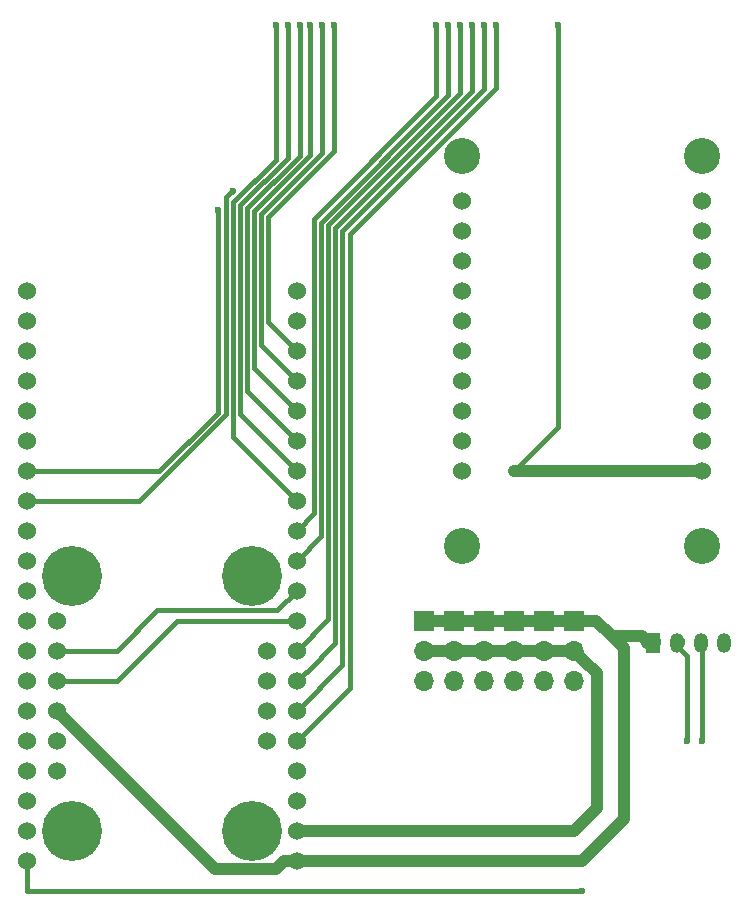
<source format=gtl>
G04 #@! TF.FileFunction,Copper,L1,Top,Signal*
%FSLAX46Y46*%
G04 Gerber Fmt 4.6, Leading zero omitted, Abs format (unit mm)*
G04 Created by KiCad (PCBNEW 4.0.7-e2-6376~58~ubuntu16.04.1) date Fri Jan 19 19:52:53 2018*
%MOMM*%
%LPD*%
G01*
G04 APERTURE LIST*
%ADD10C,0.100000*%
%ADD11C,1.524000*%
%ADD12C,5.080000*%
%ADD13O,1.700000X1.700000*%
%ADD14R,1.700000X1.700000*%
%ADD15R,1.200000X1.700000*%
%ADD16O,1.200000X1.700000*%
%ADD17C,3.048000*%
%ADD18C,0.600000*%
%ADD19C,1.000000*%
%ADD20C,0.400000*%
G04 APERTURE END LIST*
D10*
D11*
X142861000Y-134841000D03*
X142861000Y-132301000D03*
X142861000Y-129761000D03*
X142861000Y-127221000D03*
X142861000Y-124681000D03*
X142861000Y-122141000D03*
X142861000Y-119601000D03*
X142861000Y-117061000D03*
X142861000Y-114521000D03*
X142861000Y-111981000D03*
X142861000Y-109441000D03*
X142861000Y-106901000D03*
X142861000Y-104361000D03*
X142861000Y-101821000D03*
X142861000Y-99281000D03*
X142861000Y-96741000D03*
X142861000Y-94201000D03*
X142861000Y-91661000D03*
X142861000Y-89121000D03*
X142861000Y-86581000D03*
X120001000Y-86581000D03*
X120001000Y-89121000D03*
X120001000Y-91661000D03*
X120001000Y-94201000D03*
X120001000Y-96741000D03*
X120001000Y-99281000D03*
X120001000Y-101821000D03*
X120001000Y-104361000D03*
X120001000Y-109441000D03*
X120001000Y-111981000D03*
X120001000Y-114521000D03*
X120001000Y-117061000D03*
X120001000Y-119601000D03*
X120001000Y-122141000D03*
X120001000Y-124681000D03*
X120001000Y-127221000D03*
X120001000Y-129761000D03*
X120001000Y-132301000D03*
X120001000Y-106901000D03*
X120001000Y-134841000D03*
X142861000Y-134841000D03*
X142861000Y-132301000D03*
X142861000Y-129761000D03*
X142861000Y-127221000D03*
X142861000Y-124681000D03*
X142861000Y-122141000D03*
X142861000Y-119601000D03*
X142861000Y-117061000D03*
X142861000Y-114521000D03*
X142861000Y-111981000D03*
X142861000Y-109441000D03*
X142861000Y-106901000D03*
X142861000Y-104361000D03*
X142861000Y-101821000D03*
X142861000Y-99281000D03*
X142861000Y-96741000D03*
X142861000Y-94201000D03*
X142861000Y-91661000D03*
X142861000Y-89121000D03*
X142861000Y-86581000D03*
X120001000Y-86581000D03*
X120001000Y-89121000D03*
X120001000Y-91661000D03*
X120001000Y-94201000D03*
X120001000Y-96741000D03*
X120001000Y-99281000D03*
X120001000Y-101821000D03*
X120001000Y-104361000D03*
X120001000Y-109441000D03*
X120001000Y-111981000D03*
X120001000Y-114521000D03*
X120001000Y-117061000D03*
X120001000Y-119601000D03*
X120001000Y-122141000D03*
X120001000Y-124681000D03*
X120001000Y-127221000D03*
X120001000Y-129761000D03*
X120001000Y-132301000D03*
X120001000Y-106901000D03*
X120001000Y-134841000D03*
D12*
X123811000Y-132301000D03*
X139051000Y-132301000D03*
X123811000Y-110711000D03*
X139051000Y-110711000D03*
D11*
X122541000Y-127221000D03*
X122541000Y-124681000D03*
X122541000Y-122141000D03*
X122541000Y-119601000D03*
X122541000Y-117061000D03*
X122541000Y-114521000D03*
X140321000Y-124681000D03*
X140321000Y-122141000D03*
X140321000Y-119601000D03*
X140321000Y-117061000D03*
D13*
X156196000Y-119601000D03*
D14*
X156196000Y-114521000D03*
D13*
X156196000Y-117061000D03*
X163816000Y-119601000D03*
D14*
X163816000Y-114521000D03*
D13*
X163816000Y-117061000D03*
D15*
X173056000Y-116426000D03*
D16*
X175056000Y-116426000D03*
X177056000Y-116426000D03*
X179056000Y-116426000D03*
D13*
X166356000Y-119601000D03*
D14*
X166356000Y-114521000D03*
D13*
X166356000Y-117061000D03*
X153656000Y-119601000D03*
D14*
X153656000Y-114521000D03*
D13*
X153656000Y-117061000D03*
X161276000Y-119601000D03*
D14*
X161276000Y-114521000D03*
D13*
X161276000Y-117061000D03*
X158736000Y-119601000D03*
D14*
X158736000Y-114521000D03*
D13*
X158736000Y-117061000D03*
D17*
X156831000Y-75151000D03*
X156831000Y-108171000D03*
X177151000Y-108171000D03*
D11*
X156831000Y-78961000D03*
X156831000Y-81501000D03*
X156831000Y-84041000D03*
X156831000Y-86581000D03*
X156831000Y-89121000D03*
X156831000Y-91661000D03*
X156831000Y-94201000D03*
X156831000Y-96741000D03*
X156831000Y-99281000D03*
X156831000Y-101821000D03*
X177151000Y-101821000D03*
X177151000Y-99281000D03*
X177151000Y-96741000D03*
X177151000Y-94201000D03*
X177151000Y-91661000D03*
X177151000Y-89121000D03*
X177151000Y-86581000D03*
X177151000Y-84041000D03*
X177151000Y-81501000D03*
X177151000Y-78961000D03*
D17*
X177151000Y-75151000D03*
D18*
X164959000Y-64102000D03*
X169531000Y-132301000D03*
X161276000Y-101821000D03*
X136144000Y-79756000D03*
X137414000Y-78105000D03*
X154672000Y-64102000D03*
X155688000Y-64102000D03*
X156704000Y-64102000D03*
X157720000Y-64102000D03*
X158736000Y-64102000D03*
X159752000Y-64102000D03*
X141083000Y-64102000D03*
X142099000Y-64102000D03*
X143115000Y-64102000D03*
X144004000Y-64102000D03*
X145020000Y-64102000D03*
X146036000Y-64102000D03*
X166991000Y-137381000D03*
X175881000Y-124681000D03*
X177151000Y-124681000D03*
D19*
X177151000Y-101821000D02*
X161276000Y-101821000D01*
D20*
X164959000Y-64102000D02*
X164959000Y-94959000D01*
X164959000Y-94959000D02*
X165000000Y-95000000D01*
X165000000Y-95000000D02*
X165000000Y-98097000D01*
X165000000Y-98097000D02*
X161276000Y-101821000D01*
D19*
X169531000Y-132301000D02*
X170547000Y-131285000D01*
X170547000Y-131285000D02*
X170547000Y-116862000D01*
X170547000Y-116862000D02*
X169531000Y-115846000D01*
X142861000Y-134841000D02*
X141783370Y-134841000D01*
X141783370Y-134841000D02*
X141083369Y-135541001D01*
X141083369Y-135541001D02*
X135941001Y-135541001D01*
X135941001Y-135541001D02*
X123302999Y-122902999D01*
X123302999Y-122902999D02*
X122541000Y-122141000D01*
X169531000Y-115846000D02*
X172126000Y-115846000D01*
X172126000Y-115846000D02*
X172535990Y-116255990D01*
X172535990Y-116255990D02*
X172535990Y-116426000D01*
X142861000Y-134841000D02*
X166991000Y-134841000D01*
X166991000Y-134841000D02*
X169531000Y-132301000D01*
X169531000Y-115846000D02*
X168206000Y-114521000D01*
X168206000Y-114521000D02*
X166356000Y-114521000D01*
X163816000Y-114521000D02*
X166356000Y-114521000D01*
X161276000Y-114521000D02*
X163816000Y-114521000D01*
X158736000Y-114521000D02*
X161276000Y-114521000D01*
X156196000Y-114521000D02*
X158736000Y-114521000D01*
X153656000Y-114521000D02*
X156196000Y-114521000D01*
D20*
X173436000Y-116176000D02*
X173436000Y-116426000D01*
D19*
X142861000Y-132301000D02*
X166356000Y-132301000D01*
X168261000Y-130396000D02*
X168261000Y-118966000D01*
X166356000Y-132301000D02*
X168261000Y-130396000D01*
X168261000Y-118966000D02*
X167205999Y-117910999D01*
X167205999Y-117910999D02*
X166356000Y-117061000D01*
X153656000Y-117061000D02*
X156196000Y-117061000D01*
X158736000Y-117061000D02*
X156196000Y-117061000D01*
X161276000Y-117061000D02*
X158736000Y-117061000D01*
X163816000Y-117061000D02*
X161276000Y-117061000D01*
X166356000Y-117061000D02*
X163816000Y-117061000D01*
D20*
X127621000Y-119601000D02*
X132701000Y-114521000D01*
X132701000Y-114521000D02*
X142861000Y-114521000D01*
X122541000Y-119601000D02*
X127621000Y-119601000D01*
X131030999Y-113651001D02*
X127621000Y-117061000D01*
X127621000Y-117061000D02*
X122541000Y-117061000D01*
X142861000Y-111981000D02*
X141190999Y-113651001D01*
X141190999Y-113651001D02*
X131030999Y-113651001D01*
X136144000Y-80180264D02*
X136144000Y-79756000D01*
X120001000Y-101821000D02*
X131224000Y-101821000D01*
X131224000Y-101821000D02*
X136144000Y-96901000D01*
X136144000Y-96901000D02*
X136144000Y-80180264D01*
X137114001Y-78404999D02*
X137414000Y-78105000D01*
X136844001Y-78674999D02*
X137114001Y-78404999D01*
X136844001Y-97049542D02*
X136844001Y-78674999D01*
X129532543Y-104361000D02*
X136844001Y-97049542D01*
X120001000Y-104361000D02*
X129532543Y-104361000D01*
X154672000Y-64102000D02*
X154672000Y-70078360D01*
X154672000Y-70078360D02*
X154612180Y-70138180D01*
X154612180Y-70138180D02*
X144325954Y-80544046D01*
X144325954Y-80544046D02*
X144325953Y-105436047D01*
X144325953Y-105436047D02*
X142861000Y-106901000D01*
X155688000Y-64102000D02*
X155688000Y-70052310D01*
X144925963Y-80814347D02*
X155688000Y-70052310D01*
X142861000Y-109441000D02*
X144925962Y-107376038D01*
X144925962Y-107376038D02*
X144925963Y-80814347D01*
X156704000Y-64102000D02*
X156704000Y-69884852D01*
X156704000Y-69884852D02*
X145525972Y-81062880D01*
X145525972Y-81062880D02*
X145525971Y-114396029D01*
X145525971Y-114396029D02*
X142861000Y-117061000D01*
X142861000Y-119601000D02*
X143622999Y-118839001D01*
X143622999Y-118839001D02*
X143712980Y-118839001D01*
X143712980Y-118839001D02*
X146125981Y-116426000D01*
X146125981Y-81311413D02*
X157720000Y-69717394D01*
X146125981Y-116426000D02*
X146125981Y-81311413D01*
X157720000Y-69717394D02*
X157720000Y-69642000D01*
X157720000Y-69642000D02*
X157720000Y-64102000D01*
X142861000Y-122141000D02*
X146725989Y-118276011D01*
X146725989Y-118276011D02*
X146725990Y-81559946D01*
X146725990Y-81559946D02*
X158736000Y-69549936D01*
X158736000Y-69549936D02*
X158736000Y-69474542D01*
X158736000Y-69474542D02*
X158736000Y-64102000D01*
X147325999Y-81808479D02*
X159752000Y-69382478D01*
X159752000Y-64102000D02*
X159752000Y-69382478D01*
X159752000Y-69382478D02*
X159696000Y-69438478D01*
X142861000Y-124681000D02*
X147325999Y-120216001D01*
X147325999Y-120216001D02*
X147325999Y-81808479D01*
X137447950Y-79115340D02*
X137447950Y-98947950D01*
X141083000Y-75480290D02*
X137447950Y-79115340D01*
X142099001Y-103599001D02*
X142861000Y-104361000D01*
X141083000Y-64102000D02*
X141083000Y-75480290D01*
X137447950Y-98947950D02*
X142099001Y-103599001D01*
X142099001Y-101059001D02*
X142861000Y-101821000D01*
X142099000Y-75312832D02*
X138047960Y-79363872D01*
X138047960Y-79363872D02*
X138047960Y-97007960D01*
X142099000Y-64102000D02*
X142099000Y-75312832D01*
X138047960Y-97007960D02*
X142099001Y-101059001D01*
X142099001Y-98519001D02*
X142861000Y-99281000D01*
X138647970Y-95067970D02*
X142099001Y-98519001D01*
X138647970Y-79612404D02*
X138647970Y-95067970D01*
X143115000Y-64102000D02*
X143115000Y-75145374D01*
X143115000Y-75145374D02*
X138647970Y-79612404D01*
X139247980Y-79860936D02*
X139247980Y-93127980D01*
X139247980Y-93127980D02*
X142099001Y-95979001D01*
X144004000Y-64102000D02*
X144004000Y-75104916D01*
X144004000Y-75104916D02*
X139247980Y-79860936D01*
X142099001Y-95979001D02*
X142861000Y-96741000D01*
X139847990Y-91187990D02*
X142099001Y-93439001D01*
X139847990Y-80109468D02*
X139847990Y-91187990D01*
X145020000Y-74937458D02*
X139847990Y-80109468D01*
X145020000Y-64102000D02*
X145020000Y-74937458D01*
X142099001Y-93439001D02*
X142861000Y-94201000D01*
X140448000Y-89248000D02*
X142861000Y-91661000D01*
X146036000Y-74770000D02*
X140448000Y-80358000D01*
X146036000Y-64102000D02*
X146036000Y-74770000D01*
X140448000Y-80358000D02*
X140448000Y-89248000D01*
X120001000Y-137381000D02*
X166991000Y-137381000D01*
X166991000Y-137381000D02*
X167017434Y-137381000D01*
X120001000Y-137381000D02*
X120001000Y-134841000D01*
X120001000Y-134841000D02*
X120001000Y-135918630D01*
X175056000Y-116426000D02*
X175056000Y-116676000D01*
X175056000Y-116676000D02*
X175881000Y-117501000D01*
X175881000Y-117501000D02*
X175881000Y-124681000D01*
X175436000Y-116176000D02*
X175436000Y-116426000D01*
X177056000Y-116426000D02*
X177056000Y-116676000D01*
X177151000Y-116771000D02*
X177151000Y-124681000D01*
X177056000Y-116676000D02*
X177151000Y-116771000D01*
M02*

</source>
